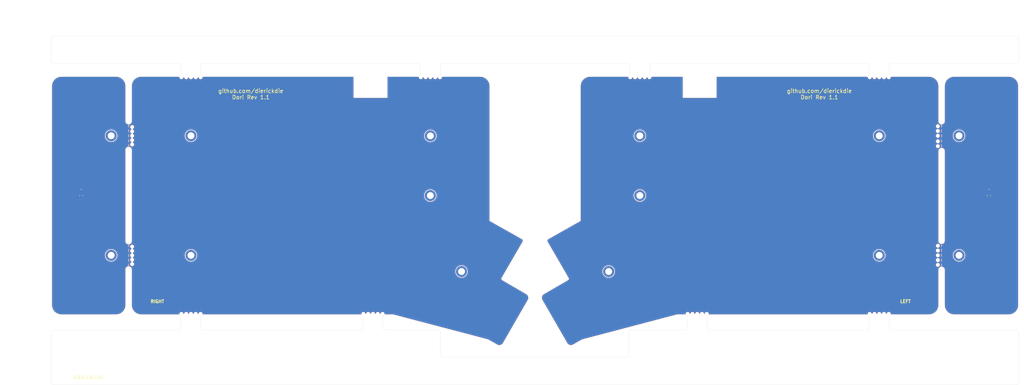
<source format=kicad_pcb>
(kicad_pcb (version 20171130) (host pcbnew "(5.1.4-0-10_14)")
  (layers (0 F.Cu signal) (31 B.Cu signal) (34 B.Paste user) (35 F.Paste user) (36 B.SilkS user) (37 F.SilkS user) (38 B.Mask user) (39 F.Mask user) (44 Edge.Cuts user))
  (net 0 "")
  (net 1 GND)
  (net 2 GNDA)
  (module random-keyboard-parts:Generic-Mounthole (layer F.Cu) (at 278.60625 80.9625)
    (fp_text reference H14)
    (fp_text value MountingHole)
    (pad 1 thru_hole circle (at 0 0) (size 3.5 3.5) (drill 2.2) (layers *.Cu *.Mask))
  )
  (module random-keyboard-parts:Generic-Mounthole (layer F.Cu) (at 211.91855 80.9625)
    (fp_text reference H13)
    (fp_text value MountingHole)
    (pad 1 thru_hole circle (at 0 0) (size 3.5 3.5) (drill 2.2) (layers *.Cu *.Mask))
  )
  (module random-keyboard-parts:Generic-Mounthole (layer F.Cu) (at 135.73125 61.9125)
    (fp_text reference H1)
    (fp_text value MountingHole)
    (pad 1 thru_hole circle (at 0 0) (size 3.5 3.5) (drill 2.2) (layers *.Cu *.Mask))
  )
  (module Keebio-Parts:TRRS-PJ-320A (layer F.Cu) (at 253.20625 95.25 30)
    (fp_text reference J2)
    (fp_text value 4PIN)
  )
  (module Keebio-Parts:TRRS-PJ-320A (layer F.Cu) (at 237.33125 95.25 330)
    (fp_text reference J1)
    (fp_text value 4PIN)
  )
  (module Resistor_SMD:R_0603_1608Metric_Pad1.05x0.95mm_HandSolder (layer F.Cu) (at 389.73125 80.9625 90)
    (fp_text reference R2)
    (fp_text value R_Small)
    (fp_line (start -0.171267 0.51) (end 0.171267 0.51) (layer F.SilkS) (width 0.12))
    (fp_line (start -0.171267 -0.51) (end 0.171267 -0.51) (layer F.SilkS) (width 0.12))
    (pad 2 smd roundrect (at 0.875 0 90) (size 1.05 0.95) (layers F.Cu F.Paste F.Mask) (net 2 GNDA))
    (pad 1 smd roundrect (at -0.875 0 90) (size 1.05 0.95) (layers F.Cu F.Paste F.Mask) (net 2 GNDA))
  )
  (module Resistor_SMD:R_0603_1608Metric_Pad1.05x0.95mm_HandSolder (layer F.Cu) (at 100.80625 80.9625 90)
    (fp_text reference R1)
    (fp_text value R_Small)
    (fp_line (start -0.171267 0.51) (end 0.171267 0.51) (layer F.SilkS) (width 0.12))
    (fp_line (start -0.171267 -0.51) (end 0.171267 -0.51) (layer F.SilkS) (width 0.12))
    (pad 2 smd roundrect (at 0.875 0 90) (size 1.05 0.95) (layers F.Cu F.Paste F.Mask) (net 1 GND))
    (pad 1 smd roundrect (at -0.875 0 90) (size 1.05 0.95) (layers F.Cu F.Paste F.Mask) (net 1 GND))
  )
  (module Keeb_footprints:MX100_outline (layer F.Cu) (at 389.73125 109.5375)
    (fp_text reference U56)
    (fp_text value HOLE)
  )
  (module Keeb_footprints:MX100_outline (layer F.Cu) (at 389.73125 90.4875)
    (fp_text reference U49)
    (fp_text value HOLE)
  )
  (module Keeb_footprints:MX100_outline (layer F.Cu) (at 389.73125 71.4375)
    (fp_text reference U42)
    (fp_text value HOLE)
  )
  (module Keeb_footprints:MX100_outline (layer F.Cu) (at 389.73125 52.3875)
    (fp_text reference U35)
    (fp_text value HOLE)
  )
  (module Keeb_footprints:MX100_outline (layer F.Cu) (at 364.33125 109.5375)
    (fp_text reference U55)
    (fp_text value HOLE)
  )
  (module Keeb_footprints:MX100_outline (layer F.Cu) (at 364.33125 90.4875)
    (fp_text reference U48)
    (fp_text value HOLE)
  )
  (module Keeb_footprints:MX100_outline (layer F.Cu) (at 364.33125 71.4375)
    (fp_text reference U41)
    (fp_text value HOLE)
  )
  (module Keeb_footprints:MX100_outline (layer F.Cu) (at 364.33125 52.3875)
    (fp_text reference U34)
    (fp_text value HOLE)
  )
  (module Keeb_footprints:MX100_outline (layer F.Cu) (at 345.28125 109.5375)
    (fp_text reference U54)
    (fp_text value HOLE)
  )
  (module Keeb_footprints:MX100_outline (layer F.Cu) (at 345.28125 90.4875)
    (fp_text reference U47)
    (fp_text value HOLE)
  )
  (module Keeb_footprints:MX100_outline (layer F.Cu) (at 345.28125 71.4375)
    (fp_text reference U40)
    (fp_text value HOLE)
  )
  (module Keeb_footprints:MX100_outline (layer F.Cu) (at 345.28125 52.3875)
    (fp_text reference U33)
    (fp_text value HOLE)
  )
  (module Keeb_footprints:MX100_outline (layer F.Cu) (at 326.23125 109.5375)
    (fp_text reference U53)
    (fp_text value HOLE)
  )
  (module Keeb_footprints:MX100_outline (layer F.Cu) (at 326.23125 90.4875)
    (fp_text reference U46)
    (fp_text value HOLE)
  )
  (module Keeb_footprints:MX100_outline (layer F.Cu) (at 326.23125 71.4375)
    (fp_text reference U39)
    (fp_text value HOLE)
  )
  (module Keeb_footprints:MX100_outline (layer F.Cu) (at 326.23125 52.3875)
    (fp_text reference U32)
    (fp_text value HOLE)
  )
  (module Keeb_footprints:MX100_outline (layer F.Cu) (at 307.18125 109.5375)
    (fp_text reference U52)
    (fp_text value HOLE)
  )
  (module Keeb_footprints:MX100_outline (layer F.Cu) (at 307.18125 90.4875)
    (fp_text reference U45)
    (fp_text value HOLE)
  )
  (module Keeb_footprints:MX100_outline (layer F.Cu) (at 307.18125 71.4375)
    (fp_text reference U38)
    (fp_text value HOLE)
  )
  (module Keeb_footprints:MX100_outline (layer F.Cu) (at 307.18125 52.3875)
    (fp_text reference U31)
    (fp_text value HOLE)
  )
  (module Keeb_footprints:MX100_outline (layer F.Cu) (at 280.19375 111.91875 15)
    (fp_text reference U51)
    (fp_text value HOLE)
  )
  (module Keeb_footprints:MX100_outline (layer F.Cu) (at 288.13125 90.4875)
    (fp_text reference U44)
    (fp_text value HOLE)
  )
  (module Keeb_footprints:MX100_outline (layer F.Cu) (at 288.13125 71.4375)
    (fp_text reference U37)
    (fp_text value HOLE)
  )
  (module Keeb_footprints:MX100_outline (layer F.Cu) (at 288.13125 52.3875)
    (fp_text reference U30)
    (fp_text value HOLE)
  )
  (module Keeb_footprints:MX100_outline (layer F.Cu) (at 259.55625 116.68125 30)
    (fp_text reference U50)
    (fp_text value HOLE)
  )
  (module Keeb_footprints:MX100_outline (layer F.Cu) (at 269.08125 90.4875)
    (fp_text reference U43)
    (fp_text value HOLE)
  )
  (module Keeb_footprints:MX100_outline (layer F.Cu) (at 269.08125 71.4375)
    (fp_text reference U36)
    (fp_text value HOLE)
  )
  (module Keeb_footprints:MX100_outline (layer F.Cu) (at 269.08125 52.3875)
    (fp_text reference U29)
    (fp_text value HOLE)
  )
  (module Keeb_footprints:MX100_outline (layer F.Cu) (at 230.98125 116.68125 330)
    (fp_text reference U28)
    (fp_text value HOLE)
  )
  (module Keeb_footprints:MX100_outline (layer F.Cu) (at 221.45625 90.4875)
    (fp_text reference U21)
    (fp_text value HOLE)
  )
  (module Keeb_footprints:MX100_outline (layer F.Cu) (at 221.45625 71.4375)
    (fp_text reference U14)
    (fp_text value HOLE)
  )
  (module Keeb_footprints:MX100_outline (layer F.Cu) (at 221.45625 52.3875)
    (fp_text reference U7)
    (fp_text value HOLE)
  )
  (module Keeb_footprints:MX100_outline (layer F.Cu) (at 210.34375 111.91875 345)
    (fp_text reference U27)
    (fp_text value HOLE)
  )
  (module Keeb_footprints:MX100_outline (layer F.Cu) (at 202.40625 90.4875)
    (fp_text reference U20)
    (fp_text value HOLE)
  )
  (module Keeb_footprints:MX100_outline (layer F.Cu) (at 202.40625 71.4375)
    (fp_text reference U13)
    (fp_text value HOLE)
  )
  (module Keeb_footprints:MX100_outline (layer F.Cu) (at 202.40625 52.3875)
    (fp_text reference U6)
    (fp_text value HOLE)
  )
  (module Keeb_footprints:MX100_outline (layer F.Cu) (at 183.35625 109.5375)
    (fp_text reference U26)
    (fp_text value HOLE)
  )
  (module Keeb_footprints:MX100_outline (layer F.Cu) (at 183.35625 90.4875)
    (fp_text reference U19)
    (fp_text value HOLE)
  )
  (module Keeb_footprints:MX100_outline (layer F.Cu) (at 183.35625 71.4375)
    (fp_text reference U12)
    (fp_text value HOLE)
  )
  (module Keeb_footprints:MX100_outline (layer F.Cu) (at 183.35625 52.3875)
    (fp_text reference U5)
    (fp_text value HOLE)
  )
  (module Keeb_footprints:MX100_outline (layer F.Cu) (at 164.30625 109.5375)
    (fp_text reference U25)
    (fp_text value HOLE)
  )
  (module Keeb_footprints:MX100_outline (layer F.Cu) (at 164.30625 90.4875)
    (fp_text reference U18)
    (fp_text value HOLE)
  )
  (module Keeb_footprints:MX100_outline (layer F.Cu) (at 164.30625 71.4375)
    (fp_text reference U11)
    (fp_text value HOLE)
  )
  (module Keeb_footprints:MX100_outline (layer F.Cu) (at 164.30625 52.3875)
    (fp_text reference U4)
    (fp_text value HOLE)
  )
  (module Keeb_footprints:MX100_outline (layer F.Cu) (at 145.25625 109.5375)
    (fp_text reference U24)
    (fp_text value HOLE)
  )
  (module Keeb_footprints:MX100_outline (layer F.Cu) (at 145.25625 90.4875)
    (fp_text reference U17)
    (fp_text value HOLE)
  )
  (module Keeb_footprints:MX100_outline (layer F.Cu) (at 145.25625 71.4375)
    (fp_text reference U10)
    (fp_text value HOLE)
  )
  (module Keeb_footprints:MX100_outline (layer F.Cu) (at 145.25625 52.3875)
    (fp_text reference U3)
    (fp_text value HOLE)
  )
  (module Keeb_footprints:MX100_outline (layer F.Cu) (at 126.20625 109.5375)
    (fp_text reference U23)
    (fp_text value HOLE)
  )
  (module Keeb_footprints:MX100_outline (layer F.Cu) (at 126.20625 90.4875)
    (fp_text reference U16)
    (fp_text value HOLE)
  )
  (module Keeb_footprints:MX100_outline (layer F.Cu) (at 126.20625 71.4375)
    (fp_text reference U9)
    (fp_text value HOLE)
  )
  (module Keeb_footprints:MX100_outline (layer F.Cu) (at 126.20625 52.3875)
    (fp_text reference U2)
    (fp_text value HOLE)
  )
  (module Keeb_footprints:MX100_outline (layer F.Cu) (at 100.80625 109.5375)
    (fp_text reference U22)
    (fp_text value HOLE)
  )
  (module Keeb_footprints:MX100_outline (layer F.Cu) (at 100.80625 90.4875)
    (fp_text reference U15)
    (fp_text value HOLE)
  )
  (module Keeb_footprints:MX100_outline (layer F.Cu) (at 100.80625 71.4375)
    (fp_text reference U8)
    (fp_text value HOLE)
  )
  (module Keeb_footprints:MX100_outline (layer F.Cu) (at 100.80625 52.3875)
    (fp_text reference U1)
    (fp_text value HOLE)
  )
  (module random-keyboard-parts:Generic-Mounthole (layer F.Cu) (at 380.20625 100.0125)
    (fp_text reference H12)
    (fp_text value MountingHole)
    (pad 1 thru_hole circle (at 0 0) (size 3.5 3.5) (drill 2.2) (layers *.Cu *.Mask))
  )
  (module random-keyboard-parts:Generic-Mounthole (layer F.Cu) (at 380.20625 61.9125)
    (fp_text reference H11)
    (fp_text value MountingHole)
    (pad 1 thru_hole circle (at 0 0) (size 3.5 3.5) (drill 2.2) (layers *.Cu *.Mask))
  )
  (module Keeb_footprints:MouseBite_IPC7351 (layer F.Cu) (at 373.459375 61.9125 90)
    (fp_text reference U62)
    (fp_text value HOLE)
    (pad "" np_thru_hole circle (at 0 0 90) (size 0.8 0.8) (drill 0.8) (layers *.Cu *.Mask))
    (pad "" np_thru_hole circle (at 1.524 0 90) (size 0.8 0.8) (drill 0.8) (layers *.Cu *.Mask))
    (pad "" np_thru_hole circle (at 3.048 0 90) (size 0.8 0.8) (drill 0.8) (layers *.Cu *.Mask))
    (pad "" np_thru_hole circle (at -1.778 0 90) (size 0.8 0.8) (drill 0.8) (layers *.Cu *.Mask))
    (pad "" np_thru_hole circle (at -3.302 0 90) (size 0.8 0.8) (drill 0.8) (layers *.Cu *.Mask))
  )
  (module Keeb_footprints:MouseBite_IPC7351 (layer F.Cu) (at 373.459375 100.0125 90)
    (fp_text reference U68)
    (fp_text value HOLE)
    (pad "" np_thru_hole circle (at 0 0 90) (size 0.8 0.8) (drill 0.8) (layers *.Cu *.Mask))
    (pad "" np_thru_hole circle (at 1.524 0 90) (size 0.8 0.8) (drill 0.8) (layers *.Cu *.Mask))
    (pad "" np_thru_hole circle (at 3.048 0 90) (size 0.8 0.8) (drill 0.8) (layers *.Cu *.Mask))
    (pad "" np_thru_hole circle (at -1.524 0 90) (size 0.8 0.8) (drill 0.8) (layers *.Cu *.Mask))
    (pad "" np_thru_hole circle (at -3.048 0 90) (size 0.8 0.8) (drill 0.8) (layers *.Cu *.Mask))
  )
  (module Keeb_footprints:MouseBite_IPC7351 (layer F.Cu) (at 278.60625 43.259375)
    (fp_text reference U67)
    (fp_text value HOLE)
    (pad "" np_thru_hole circle (at 0 0) (size 0.8 0.8) (drill 0.8) (layers *.Cu *.Mask))
    (pad "" np_thru_hole circle (at 1.524 0) (size 0.8 0.8) (drill 0.8) (layers *.Cu *.Mask))
    (pad "" np_thru_hole circle (at 3.048 0) (size 0.8 0.8) (drill 0.8) (layers *.Cu *.Mask))
    (pad "" np_thru_hole circle (at -1.524 0) (size 0.8 0.8) (drill 0.8) (layers *.Cu *.Mask))
    (pad "" np_thru_hole circle (at -3.048 0) (size 0.8 0.8) (drill 0.8) (layers *.Cu *.Mask))
  )
  (module Keeb_footprints:MouseBite_IPC7351 (layer F.Cu) (at 354.80625 43.259375)
    (fp_text reference U61)
    (fp_text value HOLE)
    (pad "" np_thru_hole circle (at 0 0) (size 0.8 0.8) (drill 0.8) (layers *.Cu *.Mask))
    (pad "" np_thru_hole circle (at 1.524 0) (size 0.8 0.8) (drill 0.8) (layers *.Cu *.Mask))
    (pad "" np_thru_hole circle (at 3.048 0) (size 0.8 0.8) (drill 0.8) (layers *.Cu *.Mask))
    (pad "" np_thru_hole circle (at -1.524 0) (size 0.8 0.8) (drill 0.8) (layers *.Cu *.Mask))
    (pad "" np_thru_hole circle (at -3.048 0) (size 0.8 0.8) (drill 0.8) (layers *.Cu *.Mask))
  )
  (module Keeb_footprints:MouseBite_IPC7351 (layer F.Cu) (at 135.73125 43.259375)
    (fp_text reference U66)
    (fp_text value HOLE)
    (pad "" np_thru_hole circle (at 0 0) (size 0.8 0.8) (drill 0.8) (layers *.Cu *.Mask))
    (pad "" np_thru_hole circle (at 1.524 0) (size 0.8 0.8) (drill 0.8) (layers *.Cu *.Mask))
    (pad "" np_thru_hole circle (at 3.048 0) (size 0.8 0.8) (drill 0.8) (layers *.Cu *.Mask))
    (pad "" np_thru_hole circle (at -1.524 0) (size 0.8 0.8) (drill 0.8) (layers *.Cu *.Mask))
    (pad "" np_thru_hole circle (at -3.048 0) (size 0.8 0.8) (drill 0.8) (layers *.Cu *.Mask))
  )
  (module Keeb_footprints:MouseBite_IPC7351 (layer F.Cu) (at 211.93125 43.259375)
    (fp_text reference U60)
    (fp_text value HOLE)
    (pad "" np_thru_hole circle (at 0 0) (size 0.8 0.8) (drill 0.8) (layers *.Cu *.Mask))
    (pad "" np_thru_hole circle (at 1.524 0) (size 0.8 0.8) (drill 0.8) (layers *.Cu *.Mask))
    (pad "" np_thru_hole circle (at 3.048 0) (size 0.8 0.8) (drill 0.8) (layers *.Cu *.Mask))
    (pad "" np_thru_hole circle (at -1.524 0) (size 0.8 0.8) (drill 0.8) (layers *.Cu *.Mask))
    (pad "" np_thru_hole circle (at -3.048 0) (size 0.8 0.8) (drill 0.8) (layers *.Cu *.Mask))
  )
  (module Keeb_footprints:MouseBite_IPC7351 (layer F.Cu) (at 193.675 118.665625)
    (fp_text reference U64)
    (fp_text value HOLE)
    (pad "" np_thru_hole circle (at 0 0) (size 0.8 0.8) (drill 0.8) (layers *.Cu *.Mask))
    (pad "" np_thru_hole circle (at 1.524 0) (size 0.8 0.8) (drill 0.8) (layers *.Cu *.Mask))
    (pad "" np_thru_hole circle (at 3.048 0) (size 0.8 0.8) (drill 0.8) (layers *.Cu *.Mask))
    (pad "" np_thru_hole circle (at -1.524 0) (size 0.8 0.8) (drill 0.8) (layers *.Cu *.Mask))
    (pad "" np_thru_hole circle (at -3.048 0) (size 0.8 0.8) (drill 0.8) (layers *.Cu *.Mask))
  )
  (module Keeb_footprints:MouseBite_IPC7351 (layer F.Cu) (at 135.73125 118.665625)
    (fp_text reference U58)
    (fp_text value HOLE)
    (pad "" np_thru_hole circle (at 0 0) (size 0.8 0.8) (drill 0.8) (layers *.Cu *.Mask))
    (pad "" np_thru_hole circle (at 1.524 0) (size 0.8 0.8) (drill 0.8) (layers *.Cu *.Mask))
    (pad "" np_thru_hole circle (at 3.048 0) (size 0.8 0.8) (drill 0.8) (layers *.Cu *.Mask))
    (pad "" np_thru_hole circle (at -1.524 0) (size 0.8 0.8) (drill 0.8) (layers *.Cu *.Mask))
    (pad "" np_thru_hole circle (at -3.048 0) (size 0.8 0.8) (drill 0.8) (layers *.Cu *.Mask))
  )
  (module Keeb_footprints:MouseBite_IPC7351 (layer F.Cu) (at 296.8625 118.665625)
    (fp_text reference U59)
    (fp_text value HOLE)
    (pad "" np_thru_hole circle (at 0 0) (size 0.8 0.8) (drill 0.8) (layers *.Cu *.Mask))
    (pad "" np_thru_hole circle (at 1.524 0) (size 0.8 0.8) (drill 0.8) (layers *.Cu *.Mask))
    (pad "" np_thru_hole circle (at 3.048 0) (size 0.8 0.8) (drill 0.8) (layers *.Cu *.Mask))
    (pad "" np_thru_hole circle (at -1.524 0) (size 0.8 0.8) (drill 0.8) (layers *.Cu *.Mask))
    (pad "" np_thru_hole circle (at -3.048 0) (size 0.8 0.8) (drill 0.8) (layers *.Cu *.Mask))
  )
  (module Keeb_footprints:MouseBite_IPC7351 (layer F.Cu) (at 354.80625 118.665625)
    (fp_text reference U65)
    (fp_text value HOLE)
    (pad "" np_thru_hole circle (at 0 0) (size 0.8 0.8) (drill 0.8) (layers *.Cu *.Mask))
    (pad "" np_thru_hole circle (at 1.524 0) (size 0.8 0.8) (drill 0.8) (layers *.Cu *.Mask))
    (pad "" np_thru_hole circle (at 3.048 0) (size 0.8 0.8) (drill 0.8) (layers *.Cu *.Mask))
    (pad "" np_thru_hole circle (at -1.524 0) (size 0.8 0.8) (drill 0.8) (layers *.Cu *.Mask))
    (pad "" np_thru_hole circle (at -3.048 0) (size 0.8 0.8) (drill 0.8) (layers *.Cu *.Mask))
  )
  (module Keeb_footprints:MouseBite_IPC7351 (layer F.Cu) (at 117.00625 61.9125 90)
    (fp_text reference U57)
    (fp_text value HOLE)
    (pad "" np_thru_hole circle (at 0 0 90) (size 0.8 0.8) (drill 0.8) (layers *.Cu *.Mask))
    (pad "" np_thru_hole circle (at 1.397 0 90) (size 0.8 0.8) (drill 0.8) (layers *.Cu *.Mask))
    (pad "" np_thru_hole circle (at 2.794 0 90) (size 0.8 0.8) (drill 0.8) (layers *.Cu *.Mask))
    (pad "" np_thru_hole circle (at -1.397 0 90) (size 0.8 0.8) (drill 0.8) (layers *.Cu *.Mask))
    (pad "" np_thru_hole circle (at -2.794 0 90) (size 0.8 0.8) (drill 0.8) (layers *.Cu *.Mask))
  )
  (module random-keyboard-parts:Generic-Mounthole (layer F.Cu) (at 110.33125 100.0125)
    (fp_text reference H10)
    (fp_text value MountingHole)
    (pad 1 thru_hole circle (at 0 0) (size 3.5 3.5) (drill 2.2) (layers *.Cu *.Mask))
  )
  (module random-keyboard-parts:Generic-Mounthole (layer F.Cu) (at 354.80625 61.9125)
    (fp_text reference H7)
    (fp_text value MountingHole)
    (pad 1 thru_hole circle (at 0 0) (size 3.5 3.5) (drill 2.2) (layers *.Cu *.Mask))
  )
  (module random-keyboard-parts:Generic-Mounthole (layer B.Cu) (at 221.853125 105.171875 180)
    (fp_text reference H9)
    (fp_text value MountingHole)
    (pad 1 thru_hole circle (at 0 0 180) (size 3.5 3.5) (drill 2.2) (layers *.Cu *.Mask))
  )
  (module Keeb_footprints:MouseBite_IPC7351 (layer F.Cu) (at 117.005893 100.0125 90)
    (fp_text reference U63)
    (fp_text value HOLE)
    (pad "" np_thru_hole circle (at 0 0 90) (size 0.8 0.8) (drill 0.8) (layers *.Cu *.Mask))
    (pad "" np_thru_hole circle (at 1.397 0 90) (size 0.8 0.8) (drill 0.8) (layers *.Cu *.Mask))
    (pad "" np_thru_hole circle (at 2.794 0 90) (size 0.8 0.8) (drill 0.8) (layers *.Cu *.Mask))
    (pad "" np_thru_hole circle (at -1.397 0 90) (size 0.8 0.8) (drill 0.8) (layers *.Cu *.Mask))
    (pad "" np_thru_hole circle (at -2.794 0 90) (size 0.8 0.8) (drill 0.8) (layers *.Cu *.Mask))
  )
  (module random-keyboard-parts:Generic-Mounthole (layer F.Cu) (at 211.93125 61.94)
    (fp_text reference H2)
    (fp_text value MountingHole)
    (pad 1 thru_hole circle (at 0 0) (size 3.5 3.5) (drill 2.2) (layers *.Cu *.Mask))
  )
  (module random-keyboard-parts:Generic-Mounthole (layer F.Cu) (at 135.73125 100.0125)
    (fp_text reference H3)
    (fp_text value MountingHole)
    (pad 1 thru_hole circle (at 0 0) (size 3.5 3.5) (drill 2.2) (layers *.Cu *.Mask))
  )
  (module random-keyboard-parts:Generic-Mounthole (layer F.Cu) (at 278.60625 61.9125)
    (fp_text reference H4)
    (fp_text value MountingHole)
    (pad 1 thru_hole circle (at 0 0) (size 3.5 3.5) (drill 2.2) (layers *.Cu *.Mask))
  )
  (module random-keyboard-parts:Generic-Mounthole (layer F.Cu) (at 268.684375 105.171875)
    (fp_text reference H5)
    (fp_text value MountingHole)
    (pad 1 thru_hole circle (at 0 0) (size 3.5 3.5) (drill 2.2) (layers *.Cu *.Mask))
  )
  (module random-keyboard-parts:Generic-Mounthole (layer F.Cu) (at 354.80625 100.0125)
    (fp_text reference H6)
    (fp_text value MountingHole)
    (pad 1 thru_hole circle (at 0 0) (size 3.5 3.5) (drill 2.2) (layers *.Cu *.Mask))
  )
  (module random-keyboard-parts:Generic-Mounthole (layer F.Cu) (at 110.33125 61.9125)
    (fp_text reference H8)
    (fp_text value MountingHole)
    (pad 1 thru_hole circle (at 0 0) (size 3.5 3.5) (drill 2.2) (layers *.Cu *.Mask))
  )
  (gr_line (start 198.040625 42.8625) (end 207.9625 42.8625) (layer Edge.Cuts) (width 0.05))
  (gr_line (start 139.7 42.8625) (end 187.721875 42.860734) (layer Edge.Cuts) (width 0.05))
  (gr_line (start 292.496875 42.8625) (end 282.575 42.8625) (layer Edge.Cuts) (width 0.05))
  (gr_line (start 350.8375 42.8625) (end 302.815625 42.8625) (layer Edge.Cuts) (width 0.05))
  (gr_arc (start 233.870499 127.254001) (end 233.1085 128.651) (angle -81.74056202) (layer Edge.Cuts) (width 0.05))
  (gr_line (start 243.1415 114.3) (end 235.143543 128.208783) (layer Edge.Cuts) (width 0.05))
  (gr_line (start 233.1085 128.651) (end 230.1875 127) (layer Edge.Cuts) (width 0.05))
  (gr_line (start 241.4905 95.758) (end 234.794283 107.306957) (layer Edge.Cuts) (width 0.05))
  (gr_arc (start 235.048282 107.467745) (end 234.794283 107.306957) (angle -90) (layer Edge.Cuts) (width 0.05))
  (gr_line (start 230.98125 88.9) (end 241.1095 94.615) (layer Edge.Cuts) (width 0.05))
  (gr_arc (start 240.728501 95.377001) (end 241.1095 94.615002) (angle 90) (layer Edge.Cuts) (width 0.05))
  (gr_arc (start 241.744501 113.538001) (end 243.1415 114.3) (angle -81.74056202) (layer Edge.Cuts) (width 0.05))
  (gr_line (start 234.887494 107.721744) (end 242.699283 112.264957) (layer Edge.Cuts) (width 0.05))
  (gr_line (start 200.025 119.060306) (end 230.1875 127) (layer Edge.Cuts) (width 0.05))
  (gr_text RIGHT (at 125.036875 114.72625) (layer F.SilkS) (effects (font (size 1 1) (thickness 0.25))))
  (gr_line (start 200.025 119.060306) (end 197.64375 119.0625) (layer Edge.Cuts) (width 0.05))
  (gr_line (start 292.496875 49.609375) (end 302.815625 49.609375) (layer Edge.Cuts) (width 0.05))
  (gr_line (start 302.815625 49.609375) (end 302.815625 42.8625) (layer Edge.Cuts) (width 0.05))
  (gr_line (start 292.496875 42.8625) (end 292.496875 49.609375) (layer Edge.Cuts) (width 0.05))
  (gr_line (start 198.040625 49.609375) (end 198.040625 42.8625) (layer Edge.Cuts) (width 0.05))
  (gr_line (start 187.721875 49.609375) (end 198.040625 49.609375) (layer Edge.Cuts) (width 0.05))
  (gr_line (start 187.721875 42.860734) (end 187.721875 49.609375) (layer Edge.Cuts) (width 0.05))
  (gr_line (start 374.65 64.690625) (end 374.65 65.484375) (layer B.SilkS) (width 0.25))
  (gr_line (start 374.65 63.103125) (end 374.65 63.896875) (layer B.SilkS) (width 0.25))
  (gr_line (start 374.65 61.515625) (end 374.65 62.309375) (layer B.SilkS) (width 0.25))
  (gr_line (start 374.65 59.928125) (end 374.65 60.721875) (layer B.SilkS) (width 0.25))
  (gr_line (start 374.65 58.340625) (end 374.65 59.134375) (layer B.SilkS) (width 0.25))
  (gr_line (start 374.65 102.790625) (end 374.65 103.584375) (layer B.SilkS) (width 0.25))
  (gr_line (start 374.65 101.203125) (end 374.65 101.996875) (layer B.SilkS) (width 0.25))
  (gr_line (start 374.65 99.615625) (end 374.65 100.409375) (layer B.SilkS) (width 0.25))
  (gr_line (start 374.65 98.028125) (end 374.65 98.821875) (layer B.SilkS) (width 0.25))
  (gr_line (start 374.65 96.440625) (end 374.65 97.234375) (layer B.SilkS) (width 0.25))
  (gr_line (start 115.8875 102.790625) (end 115.8875 103.584375) (layer B.SilkS) (width 0.25))
  (gr_line (start 115.8875 101.203125) (end 115.8875 101.996875) (layer B.SilkS) (width 0.25))
  (gr_line (start 115.8875 99.615625) (end 115.8875 100.409375) (layer B.SilkS) (width 0.25))
  (gr_line (start 115.8875 98.028125) (end 115.8875 98.821875) (layer B.SilkS) (width 0.25))
  (gr_line (start 115.8875 96.440625) (end 115.8875 97.234375) (layer B.SilkS) (width 0.25))
  (gr_line (start 115.8875 64.690625) (end 115.8875 65.484375) (layer B.SilkS) (width 0.25))
  (gr_line (start 115.8875 63.103125) (end 115.8875 63.896875) (layer B.SilkS) (width 0.25))
  (gr_line (start 115.8875 61.515625) (end 115.8875 62.309375) (layer B.SilkS) (width 0.25))
  (gr_line (start 115.8875 59.928125) (end 115.8875 60.721875) (layer B.SilkS) (width 0.25))
  (gr_arc (start 374.650357 104.648) (end 375.44375 104.648) (angle -180) (layer Edge.Cuts) (width 0.05))
  (gr_arc (start 374.649643 95.377) (end 373.85625 95.377) (angle -180) (layer Edge.Cuts) (width 0.05))
  (gr_arc (start 374.650357 66.802) (end 375.44375 66.802) (angle -180) (layer Edge.Cuts) (width 0.05))
  (gr_arc (start 378.61875 46.0375) (end 378.61875 42.8625) (angle -90) (layer Edge.Cuts) (width 0.05))
  (gr_arc (start 374.649643 57.277) (end 373.85625 57.277) (angle -180) (layer Edge.Cuts) (width 0.05))
  (gr_arc (start 115.886429 57.261125) (end 115.093036 57.261125) (angle -180) (layer Edge.Cuts) (width 0.05))
  (gr_arc (start 115.887857 66.421) (end 116.68125 66.421) (angle -180) (layer Edge.Cuts) (width 0.05))
  (gr_arc (start 115.887143 95.504) (end 115.09375 95.504) (angle -180) (layer Edge.Cuts) (width 0.05))
  (gr_arc (start 115.8875 104.521) (end 116.680893 104.521) (angle -180) (layer Edge.Cuts) (width 0.05))
  (gr_line (start 290.5125 119.060306) (end 260.35 127) (layer Edge.Cuts) (width 0.05))
  (gr_line (start 255.650006 107.721744) (end 247.838217 112.264957) (layer Edge.Cuts) (width 0.05))
  (gr_arc (start 248.792999 113.538001) (end 247.396 114.3) (angle 81.74056202) (layer Edge.Cuts) (width 0.05))
  (gr_arc (start 249.808999 95.377001) (end 249.428 94.615002) (angle -90) (layer Edge.Cuts) (width 0.05))
  (gr_line (start 259.55625 88.9) (end 249.428 94.615) (layer Edge.Cuts) (width 0.05))
  (gr_line (start 290.5125 119.060306) (end 292.89375 119.0625) (layer Edge.Cuts) (width 0.05))
  (gr_arc (start 255.489218 107.467745) (end 255.743217 107.306957) (angle 90) (layer Edge.Cuts) (width 0.05))
  (gr_line (start 249.047 95.758) (end 255.743217 107.306957) (layer Edge.Cuts) (width 0.05))
  (gr_line (start 257.429 128.651) (end 260.35 127) (layer Edge.Cuts) (width 0.05))
  (gr_line (start 247.396 114.3) (end 255.393957 128.208783) (layer Edge.Cuts) (width 0.05))
  (gr_arc (start 256.667001 127.254001) (end 257.429 128.651) (angle 81.74056202) (layer Edge.Cuts) (width 0.05))
  (gr_arc (start 398.4625 140.49375) (end 398.4625 141.2875) (angle -90) (layer Edge.Cuts) (width 0.05))
  (gr_arc (start 398.4625 124.61875) (end 399.25625 124.61875) (angle -90) (layer Edge.Cuts) (width 0.05))
  (gr_arc (start 358.775 123.03125) (end 357.98125 123.03125) (angle -90) (layer Edge.Cuts) (width 0.05))
  (gr_arc (start 358.775 119.85625) (end 358.775 119.0625) (angle -90) (layer Edge.Cuts) (width 0.05))
  (gr_arc (start 350.8375 123.03125) (end 350.8375 123.825) (angle -90) (layer Edge.Cuts) (width 0.05))
  (gr_arc (start 350.8375 119.85625) (end 351.63125 119.85625) (angle -90) (layer Edge.Cuts) (width 0.05))
  (gr_arc (start 300.83125 123.03125) (end 300.0375 123.03125) (angle -90) (layer Edge.Cuts) (width 0.05))
  (gr_arc (start 300.83125 119.85625) (end 300.83125 119.0625) (angle -90) (layer Edge.Cuts) (width 0.05))
  (gr_arc (start 92.075 30.95625) (end 92.075 30.1625) (angle -90) (layer Edge.Cuts) (width 0.05))
  (gr_line (start 91.28125 38.1) (end 91.28125 30.95625) (layer Edge.Cuts) (width 0.05))
  (gr_arc (start 398.4625 30.95625) (end 399.25625 30.95625) (angle -90) (layer Edge.Cuts) (width 0.05))
  (gr_arc (start 398.4625 38.1) (end 398.4625 38.89375) (angle -90) (layer Edge.Cuts) (width 0.05))
  (gr_arc (start 350.8375 42.06875) (end 350.8375 42.8625) (angle -90) (layer Edge.Cuts) (width 0.05))
  (gr_arc (start 350.8375 39.6875) (end 351.63125 39.6875) (angle -90) (layer Edge.Cuts) (width 0.05))
  (gr_arc (start 282.575 42.06875) (end 281.78125 42.06875) (angle -90) (layer Edge.Cuts) (width 0.05))
  (gr_arc (start 282.575 39.6875) (end 282.575 38.89375) (angle -90) (layer Edge.Cuts) (width 0.05))
  (gr_arc (start 262.73125 46.0375) (end 262.73125 42.8625) (angle -90) (layer Edge.Cuts) (width 0.05))
  (gr_arc (start 274.6375 42.06875) (end 274.6375 42.8625) (angle -90) (layer Edge.Cuts) (width 0.05))
  (gr_arc (start 274.6375 39.6875) (end 275.43125 39.6875) (angle -90) (layer Edge.Cuts) (width 0.05))
  (gr_arc (start 358.775 39.6875) (end 358.775 38.89375) (angle -90) (layer Edge.Cuts) (width 0.05))
  (gr_arc (start 358.775 42.06875) (end 357.98125 42.06875) (angle -90) (layer Edge.Cuts) (width 0.05))
  (gr_arc (start 370.68125 46.0375) (end 373.85625 46.0375) (angle -90) (layer Edge.Cuts) (width 0.05))
  (gr_arc (start 396.08125 46.0375) (end 399.25625 46.0375) (angle -90) (layer Edge.Cuts) (width 0.05))
  (gr_arc (start 396.08125 115.8875) (end 396.08125 119.0625) (angle -90) (layer Edge.Cuts) (width 0.05))
  (gr_arc (start 378.61875 115.8875) (end 375.44375 115.8875) (angle -90) (layer Edge.Cuts) (width 0.05))
  (gr_arc (start 370.68125 115.8875) (end 370.68125 119.0625) (angle -90) (layer Edge.Cuts) (width 0.05))
  (gr_arc (start 292.89375 123.03125) (end 292.89375 123.825) (angle -90) (layer Edge.Cuts) (width 0.05))
  (gr_arc (start 292.89375 119.85625) (end 293.6875 119.85625) (angle -90) (layer Edge.Cuts) (width 0.05))
  (gr_arc (start 275.828125 124.61875) (end 275.828125 123.825) (angle -90) (layer Edge.Cuts) (width 0.05))
  (gr_arc (start 274.240625 131.7625) (end 274.240625 132.55625) (angle -90) (layer Edge.Cuts) (width 0.05))
  (gr_arc (start 215.9 131.7625) (end 215.10625 131.7625) (angle -90) (layer Edge.Cuts) (width 0.05))
  (gr_arc (start 214.3125 124.61875) (end 215.10625 124.61875) (angle -90) (layer Edge.Cuts) (width 0.05))
  (gr_arc (start 227.80625 46.0375) (end 230.98125 46.0375) (angle -90) (layer Edge.Cuts) (width 0.05))
  (gr_arc (start 215.9 39.6875) (end 215.9 38.89375) (angle -90) (layer Edge.Cuts) (width 0.05))
  (gr_arc (start 215.9 42.06875) (end 215.10625 42.06875) (angle -90) (layer Edge.Cuts) (width 0.05))
  (gr_arc (start 207.9625 39.6875) (end 208.75625 39.6875) (angle -90) (layer Edge.Cuts) (width 0.05))
  (gr_arc (start 207.9625 42.06875) (end 207.9625 42.8625) (angle -90) (layer Edge.Cuts) (width 0.05))
  (gr_arc (start 139.7 39.6875) (end 139.7 38.89375) (angle -90) (layer Edge.Cuts) (width 0.05))
  (gr_arc (start 139.7 42.06875) (end 138.90625 42.06875) (angle -90) (layer Edge.Cuts) (width 0.05))
  (gr_arc (start 197.64375 123.03125) (end 196.85 123.03125) (angle -90) (layer Edge.Cuts) (width 0.05))
  (gr_arc (start 197.64375 119.85625) (end 197.64375 119.0625) (angle -90) (layer Edge.Cuts) (width 0.05))
  (gr_arc (start 189.70625 123.03125) (end 189.70625 123.825) (angle -90) (layer Edge.Cuts) (width 0.05))
  (gr_arc (start 189.70625 119.85625) (end 190.5 119.85625) (angle -90) (layer Edge.Cuts) (width 0.05))
  (gr_arc (start 139.7 123.03125) (end 138.90625 123.03125) (angle -90) (layer Edge.Cuts) (width 0.05))
  (gr_arc (start 139.7 119.85625) (end 139.7 119.0625) (angle -90) (layer Edge.Cuts) (width 0.05))
  (gr_arc (start 92.075 140.49375) (end 91.28125 140.49375) (angle -90) (layer Edge.Cuts) (width 0.05))
  (gr_arc (start 92.075 124.61875) (end 92.075 123.825) (angle -90) (layer Edge.Cuts) (width 0.05))
  (gr_arc (start 131.7625 123.03125) (end 131.7625 123.825) (angle -90) (layer Edge.Cuts) (width 0.05))
  (gr_arc (start 131.7625 119.85625) (end 132.55625 119.85625) (angle -90) (layer Edge.Cuts) (width 0.05))
  (gr_arc (start 119.85625 115.8875) (end 116.68125 115.8875) (angle -90) (layer Edge.Cuts) (width 0.05))
  (gr_arc (start 111.91875 115.8875) (end 111.91875 119.0625) (angle -90) (layer Edge.Cuts) (width 0.05))
  (gr_arc (start 92.075 38.1) (end 91.28125 38.1) (angle -90) (layer Edge.Cuts) (width 0.05))
  (gr_arc (start 131.7625 39.6875) (end 132.55625 39.6875) (angle -90) (layer Edge.Cuts) (width 0.05))
  (gr_arc (start 131.7625 42.06875) (end 131.7625 42.8625) (angle -90) (layer Edge.Cuts) (width 0.05))
  (gr_arc (start 119.85625 46.0375) (end 119.85625 42.8625) (angle -90) (layer Edge.Cuts) (width 0.05))
  (gr_arc (start 111.91875 46.0375) (end 115.09375 46.0375) (angle -90) (layer Edge.Cuts) (width 0.05))
  (gr_arc (start 94.45625 46.0375) (end 94.45625 42.8625) (angle -90) (layer Edge.Cuts) (width 0.05))
  (gr_arc (start 94.45625 115.8875) (end 91.28125 115.8875) (angle -90) (layer Edge.Cuts) (width 0.05))
  (gr_line (start 373.85625 115.8875) (end 373.85625 104.648) (layer Edge.Cuts) (width 0.05))
  (gr_line (start 375.443036 57.277) (end 375.44375 46.0375) (layer Edge.Cuts) (width 0.05))
  (gr_line (start 373.85625 46.0375) (end 373.85625 57.277) (layer Edge.Cuts) (width 0.05))
  (gr_line (start 375.44375 115.8875) (end 375.44375 104.648) (layer Edge.Cuts) (width 0.05))
  (gr_line (start 378.61875 119.0625) (end 396.08125 119.0625) (layer Edge.Cuts) (width 0.05))
  (gr_line (start 373.85625 66.802) (end 373.855536 95.377) (layer Edge.Cuts) (width 0.05))
  (gr_line (start 375.44375 66.802) (end 375.443036 95.377) (layer Edge.Cuts) (width 0.05))
  (gr_line (start 396.08125 42.8625) (end 378.61875 42.8625) (layer Edge.Cuts) (width 0.05))
  (gr_line (start 399.25625 115.8875) (end 399.25625 46.0375) (layer Edge.Cuts) (width 0.05))
  (gr_text "github.com/dierickdie\nDori Rev 1.1" (at 154.78125 48.64) (layer F.SilkS) (effects (font (size 1.25 1.25) (thickness 0.2))))
  (gr_text LEFT (at 363.140625 114.696875) (layer F.SilkS) (effects (font (size 1 1) (thickness 0.25))))
  (gr_line (start 274.240625 132.55625) (end 215.9 132.55625) (layer Edge.Cuts) (width 0.05))
  (gr_line (start 275.034375 124.61875) (end 275.034375 131.7625) (layer Edge.Cuts) (width 0.05))
  (gr_line (start 275.828125 123.825) (end 292.89375 123.825) (layer Edge.Cuts) (width 0.05))
  (gr_line (start 399.25625 124.61875) (end 399.25625 140.49375) (layer Edge.Cuts) (width 0.05))
  (gr_line (start 398.4625 123.825) (end 358.775 123.825) (layer Edge.Cuts) (width 0.05))
  (gr_line (start 92.075 141.2875) (end 398.4625 141.2875) (layer Edge.Cuts) (width 0.05))
  (gr_line (start 91.28125 124.61875) (end 91.28125 140.49375) (layer Edge.Cuts) (width 0.05))
  (gr_line (start 215.10625 124.61875) (end 215.10625 131.7625) (layer Edge.Cuts) (width 0.05))
  (gr_line (start 214.3125 123.825) (end 197.64375 123.825) (layer Edge.Cuts) (width 0.05))
  (gr_line (start 131.7625 123.825) (end 92.075 123.825) (layer Edge.Cuts) (width 0.05))
  (gr_line (start 139.7 123.825) (end 189.70625 123.825) (layer Edge.Cuts) (width 0.05))
  (gr_line (start 131.7625 119.0625) (end 119.85625 119.0625) (layer Edge.Cuts) (width 0.05))
  (gr_line (start 189.70625 119.0625) (end 139.7 119.0625) (layer Edge.Cuts) (width 0.05))
  (gr_line (start 190.5 119.85625) (end 190.5 123.03125) (layer Edge.Cuts) (width 0.05))
  (gr_line (start 196.85 119.85625) (end 196.85 123.03125) (layer Edge.Cuts) (width 0.05))
  (gr_line (start 132.55625 119.85625) (end 132.55625 123.03125) (layer Edge.Cuts) (width 0.05))
  (gr_line (start 138.90625 119.85625) (end 138.90625 123.03125) (layer Edge.Cuts) (width 0.05))
  (gr_line (start 358.775 119.0625) (end 370.68125 119.0625) (layer Edge.Cuts) (width 0.05))
  (gr_line (start 300.83125 119.0625) (end 350.8375 119.0625) (layer Edge.Cuts) (width 0.05))
  (gr_line (start 300.83125 123.825) (end 350.8375 123.825) (layer Edge.Cuts) (width 0.05))
  (gr_line (start 293.6875 119.85625) (end 293.6875 123.03125) (layer Edge.Cuts) (width 0.05))
  (gr_line (start 300.0375 119.85625) (end 300.0375 123.03125) (layer Edge.Cuts) (width 0.05))
  (gr_line (start 351.63125 119.85625) (end 351.63125 123.03125) (layer Edge.Cuts) (width 0.05))
  (gr_line (start 357.98125 119.85625) (end 357.98125 123.03125) (layer Edge.Cuts) (width 0.05))
  (gr_line (start 227.80625 42.8625) (end 215.9 42.8625) (layer Edge.Cuts) (width 0.05))
  (gr_line (start 131.7625 42.8625) (end 119.85625 42.8625) (layer Edge.Cuts) (width 0.05))
  (gr_line (start 398.4625 38.89375) (end 358.775 38.89375) (layer Edge.Cuts) (width 0.05))
  (gr_line (start 357.98125 39.6875) (end 357.98125 42.06875) (layer Edge.Cuts) (width 0.05))
  (gr_line (start 351.63125 39.6875) (end 351.63125 42.06875) (layer Edge.Cuts) (width 0.05))
  (gr_line (start 282.575 38.89375) (end 350.8375 38.89375) (layer Edge.Cuts) (width 0.05))
  (gr_line (start 358.775 42.8625) (end 370.68125 42.8625) (layer Edge.Cuts) (width 0.05))
  (gr_line (start 281.78125 39.6875) (end 281.78125 42.06875) (layer Edge.Cuts) (width 0.05))
  (gr_line (start 274.6375 42.8625) (end 262.73125 42.8625) (layer Edge.Cuts) (width 0.05))
  (gr_line (start 275.43125 39.6875) (end 275.43125 42.06875) (layer Edge.Cuts) (width 0.05))
  (gr_line (start 215.9 38.89375) (end 274.6375 38.89375) (layer Edge.Cuts) (width 0.05))
  (gr_line (start 215.10625 39.6875) (end 215.10625 42.06875) (layer Edge.Cuts) (width 0.05))
  (gr_line (start 208.75625 39.6875) (end 208.75625 42.06875) (layer Edge.Cuts) (width 0.05))
  (gr_line (start 139.7 38.89375) (end 207.9625 38.89375) (layer Edge.Cuts) (width 0.05))
  (gr_line (start 131.7625 38.89375) (end 92.075 38.89375) (layer Edge.Cuts) (width 0.05))
  (gr_line (start 138.90625 39.6875) (end 138.90625 42.06875) (layer Edge.Cuts) (width 0.05))
  (gr_line (start 132.55625 39.6875) (end 132.55625 42.06875) (layer Edge.Cuts) (width 0.05))
  (gr_line (start 399.25625 30.95625) (end 399.25625 38.1) (layer Edge.Cuts) (width 0.05))
  (gr_line (start 92.075 30.1625) (end 398.4625 30.1625) (layer Edge.Cuts) (width 0.05))
  (gr_line (start 230.98125 46.0375) (end 230.98125 88.9) (layer Edge.Cuts) (width 0.05))
  (gr_line (start 259.55625 46.0375) (end 259.55625 88.9) (layer Edge.Cuts) (width 0.05))
  (gr_line (start 91.28125 115.8875) (end 91.28125 46.0375) (layer Edge.Cuts) (width 0.05))
  (gr_line (start 115.8875 58.340625) (end 115.8875 59.134375) (layer B.SilkS) (width 0.25))
  (gr_line (start 94.45625 42.8625) (end 111.91875 42.8625) (layer Edge.Cuts) (width 0.05))
  (gr_line (start 115.094464 66.421) (end 115.09375 95.504) (layer Edge.Cuts) (width 0.05))
  (gr_line (start 116.68125 66.421) (end 116.680536 95.504) (layer Edge.Cuts) (width 0.05))
  (gr_text "github.com/dierickdie\nDori Rev 1.1" (at 335.75625 48.64) (layer F.SilkS) (effects (font (size 1.25 1.25) (thickness 0.2))))
  (gr_line (start 111.91875 119.0625) (end 94.45625 119.0625) (layer Edge.Cuts) (width 0.05))
  (gr_line (start 115.09375 115.8875) (end 115.094107 104.521) (layer Edge.Cuts) (width 0.05))
  (gr_line (start 116.68125 46.0375) (end 116.679822 57.261125) (layer Edge.Cuts) (width 0.05))
  (gr_line (start 115.093036 57.261125) (end 115.09375 46.0375) (layer Edge.Cuts) (width 0.05))
  (gr_line (start 116.68125 115.8875) (end 116.680893 104.521) (layer Edge.Cuts) (width 0.05))
  (gr_text JLCJLCJLCJLC (at 103.1875 138.90625) (layer F.SilkS) (effects (font (size 1 1))))
  (via (at 100.80625 78.978125) (size 0.5) (drill 0.25) (layers F.Cu B.Cu) (net 1))
  (segment (start 100.80625 78.978125) (end 100.80625 80.0875) (width 0.25) (layer F.Cu) (net 1))
  (via (at 389.73125 78.978125) (size 0.5) (drill 0.25) (layers F.Cu B.Cu) (net 2))
  (segment (start 389.73125 78.978125) (end 389.73125 80.0875) (width 0.25) (layer F.Cu) (net 2))
  (zone (net 2) (net_name GNDA) (layer B.Cu) (connect_pads (clearance 0.25)) (min_thickness 0.254) (fill yes (arc_segments 32) (thermal_gap 0.508) (thermal_bridge_width 0.508))
    (polygon (pts (xy 400.9 41.04) (xy 400.9 122.36) (xy 287.66 122.36) (xy 255.778 131.572) (xy 245.618 112.395) (xy 254.762 106.934) (xy 247.904 94.615) (xy 257.302 89.027) (xy 257.26 41.04)))
  )
  (zone (net 2) (net_name GNDA) (layer F.Cu) (connect_pads (clearance 0.25)) (min_thickness 0.254) (fill yes (arc_segments 32) (thermal_gap 0.508) (thermal_bridge_width 0.508))
    (polygon (pts (xy 400.9 41.04) (xy 400.9 122.36) (xy 287.66 122.36) (xy 255.778 131.572) (xy 245.618 112.395) (xy 254.762 106.934) (xy 247.904 94.615) (xy 257.302 89.027) (xy 257.26 41.04)))
  )
  (zone (net 1) (net_name GND) (layer B.Cu) (connect_pads (clearance 0.25)) (min_thickness 0.254) (fill yes (arc_segments 32) (thermal_gap 0.508) (thermal_bridge_width 0.508))
    (polygon (pts (xy 89.3 40.878125) (xy 89.3 122.634375) (xy 202.40625 122.2375) (xy 234.15625 131.7625) (xy 244.72 112.315625) (xy 235.346875 107.15625) (xy 242.8875 94.45625) (xy 232.918 88.519) (xy 232.94 40.878125)))
  )
  (zone (net 1) (net_name GND) (layer F.Cu) (connect_pads (clearance 0.25)) (min_thickness 0.254) (fill yes (arc_segments 32) (thermal_gap 0.508) (thermal_bridge_width 0.508))
    (polygon (pts (xy 89.3 40.878125) (xy 89.296875 122.634375) (xy 202.40625 122.2375) (xy 234.15625 131.7625) (xy 244.72 112.315625) (xy 235.346875 107.15625) (xy 242.8875 94.45625) (xy 232.918 88.519) (xy 232.94 40.878125)))
  )
)
</source>
